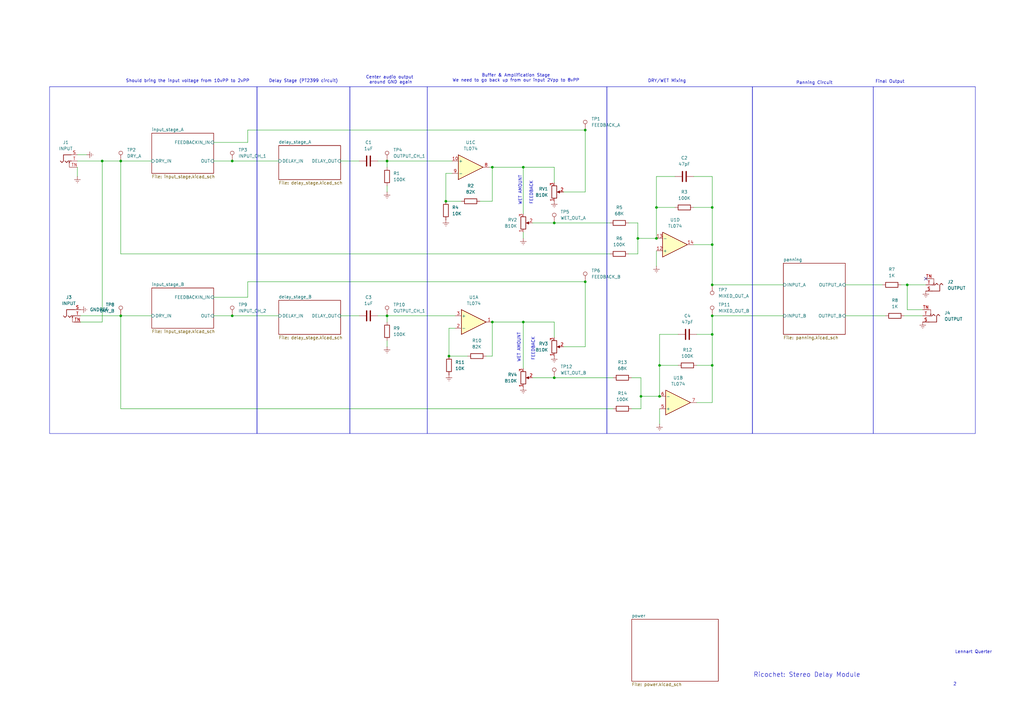
<source format=kicad_sch>
(kicad_sch (version 20231120) (generator "eeschema") (generator_version "8.0")
  (paper "A3")
  (lib_symbols
    (symbol "Amplifier_Operational:TL074" (pin_names (offset 0.127))
      (property "Reference" "U" (at 0 5.08 0))
      (property "Value" "TL074" (at 0 -5.08 0))
      (symbol "TL074_1_1"
        (polyline (pts (xy -5.08 5.08) (xy 5.08 0) (xy -5.08 -5.08) (xy -5.08 5.08)) (stroke (width 0.254)) (fill (type background)))
        (pin output line (at 7.62 0 180) (length 2.54) (name "~") (number "1"))
        (pin input line (at -7.62 -2.54 0) (length 2.54) (name "-") (number "2"))
        (pin input line (at -7.62 2.54 0) (length 2.54) (name "+") (number "3"))
      )
      (symbol "TL074_2_1"
        (polyline (pts (xy -5.08 5.08) (xy 5.08 0) (xy -5.08 -5.08) (xy -5.08 5.08)) (stroke (width 0.254)) (fill (type background)))
        (pin input line (at -7.62 2.54 0) (length 2.54) (name "+") (number "5"))
        (pin input line (at -7.62 -2.54 0) (length 2.54) (name "-") (number "6"))
        (pin output line (at 7.62 0 180) (length 2.54) (name "~") (number "7"))
      )
      (symbol "TL074_3_1"
        (polyline (pts (xy -5.08 5.08) (xy 5.08 0) (xy -5.08 -5.08) (xy -5.08 5.08)) (stroke (width 0.254)) (fill (type background)))
        (pin input line (at -7.62 2.54 0) (length 2.54) (name "+") (number "10"))
        (pin output line (at 7.62 0 180) (length 2.54) (name "~") (number "8"))
        (pin input line (at -7.62 -2.54 0) (length 2.54) (name "-") (number "9"))
      )
      (symbol "TL074_4_1"
        (polyline (pts (xy -5.08 5.08) (xy 5.08 0) (xy -5.08 -5.08) (xy -5.08 5.08)) (stroke (width 0.254)) (fill (type background)))
        (pin input line (at -7.62 2.54 0) (length 2.54) (name "+") (number "12"))
        (pin input line (at -7.62 -2.54 0) (length 2.54) (name "-") (number "13"))
        (pin output line (at 7.62 0 180) (length 2.54) (name "~") (number "14"))
      )
      (symbol "TL074_5_1"
        (pin power_in line (at -2.54 -7.62 90) (length 3.81) (name "V-") (number "11"))
        (pin power_in line (at -2.54 7.62 270) (length 3.81) (name "V+") (number "4"))
      )
    )
    (symbol "Connector:TestPoint" (pin_numbers hide) (pin_names (offset 0.762) hide)
      (property "Reference" "TP" (at 0 6.858 0))
      (property "Value" "TestPoint" (at 0 5.08 0))
      (symbol "TestPoint_0_1"
        (circle (center 0 3.302) (radius 0.762))
      )
      (symbol "TestPoint_1_1"
        (pin passive line (at 0 0 90) (length 2.54) (name "1") (number "1"))
      )
    )
    (symbol "Device:C" (pin_numbers hide) (pin_names (offset 0.254))
      (property "Reference" "C" (at 0.635 2.54 0))
      (property "Value" "C" (at 0.635 -2.54 0))
      (symbol "C_0_1"
        (polyline (pts (xy -2.032 -0.762) (xy 2.032 -0.762)) (stroke (width 0.508)))
        (polyline (pts (xy -2.032 0.762) (xy 2.032 0.762)) (stroke (width 0.508)))
      )
      (symbol "C_1_1"
        (pin passive line (at 0 3.81 270) (length 2.794) (name "~") (number "1"))
        (pin passive line (at 0 -3.81 90) (length 2.794) (name "~") (number "2"))
      )
    )
    (symbol "Device:R" (pin_numbers hide) (pin_names (offset 0))
      (property "Reference" "R" (at 2.032 0 90))
      (property "Value" "R" (at 0 0 90))
      (symbol "R_0_1"
        (rectangle (start -1.016 -2.54) (end 1.016 2.54) (stroke (width 0.254)))
      )
      (symbol "R_1_1"
        (pin passive line (at 0 3.81 270) (length 1.27) (name "~") (number "1"))
        (pin passive line (at 0 -3.81 90) (length 1.27) (name "~") (number "2"))
      )
    )
    (symbol "power:GNDREF" (power) (pin_numbers hide) (pin_names (offset 0) hide)
      (property "Value" "GNDREF" (at 0 -3.81 0))
      (symbol "GNDREF_0_1"
        (polyline (pts (xy -0.635 -1.905) (xy 0.635 -1.905)))
        (polyline (pts (xy -0.127 -2.54) (xy 0.127 -2.54)))
        (polyline (pts (xy 0 -1.27) (xy 0 0)))
        (polyline (pts (xy 1.27 -1.27) (xy -1.27 -1.27)))
      )
      (symbol "GNDREF_1_1"
        (pin power_in line (at 0 0 270) (length 0) (name "~") (number "1"))
      )
    )
    (symbol "synth:AudioJack_Mono_3.5mm"
      (property "Reference" "J" (at 0 8.89 0))
      (property "Value" "AudioJack_Mono_3.5mm" (at 0 6.35 0))
      (symbol "AudioJack_Mono_3.5mm_0_1"
        (polyline (pts (xy 1.778 -0.254) (xy 2.032 -0.762)))
        (polyline (pts (xy 0 0) (xy 0.635 -0.635) (xy 1.27 0) (xy 2.54 0)) (stroke (width 0.254)))
        (polyline (pts (xy 2.54 -2.54) (xy 1.778 -2.54) (xy 1.778 -0.254) (xy 1.524 -0.762)))
        (polyline (pts (xy 2.54 2.54) (xy -0.635 2.54) (xy -0.635 0) (xy -1.27 -0.635) (xy -1.905 0)) (stroke (width 0.254)))
      )
      (symbol "AudioJack_Mono_3.5mm_1_1"
        (pin passive line (at 5.08 2.54 180) (length 2.54) (name "~") (number "S"))
        (pin passive line (at 5.08 0 180) (length 2.54) (name "~") (number "T"))
        (pin passive line (at 5.08 -2.54 180) (length 2.54) (name "~") (number "TN"))
      )
    )
    (symbol "synth:R_Potentiometer (P0915N)" (pin_names (offset 1.016) hide)
      (property "Reference" "RV" (at -4.445 0 90))
      (property "Value" "R_Potentiometer" (at -2.54 0 90))
      (symbol "R_Potentiometer (P0915N)_0_1"
        (rectangle (start -1.016 2.54) (end 1.016 -2.54) (stroke (width 0.254)))
        (polyline (pts (xy 2.54 0) (xy 1.524 0)))
        (polyline (pts (xy 1.143 0) (xy 2.286 0.508) (xy 2.286 -0.508) (xy 1.143 0)) (fill (type outline)))
      )
      (symbol "R_Potentiometer (P0915N)_1_1"
        (pin passive line (at 0 3.81 270) (length 1.27) (name "1") (number "1"))
        (pin passive line (at 3.81 0 180) (length 1.27) (name "2") (number "2"))
        (pin passive line (at 0 -3.81 90) (length 1.27) (name "3") (number "3"))
      )
    )
  )
  (junction (at 227.33 91.44))
  (junction (at 270.51 162.56))
  (junction (at 269.24 97.79))
  (junction (at 292.1 137.16))
  (junction (at 214.63 132.08))
  (junction (at 292.1 100.33))
  (junction (at 269.24 85.09))
  (junction (at 262.89 162.56))
  (junction (at 240.03 53.34))
  (junction (at 41.91 66.04))
  (junction (at 240.03 115.57))
  (junction (at 227.33 154.94))
  (junction (at 292.1 129.54))
  (junction (at 292.1 149.86))
  (junction (at 292.1 116.84))
  (junction (at 49.53 66.04))
  (junction (at 158.75 66.04))
  (junction (at 158.75 129.54))
  (junction (at 372.11 116.84))
  (junction (at 95.25 66.04))
  (junction (at 184.15 146.05))
  (junction (at 261.62 97.79))
  (junction (at 270.51 149.86))
  (junction (at 49.53 129.54))
  (junction (at 201.93 68.58))
  (junction (at 95.25 129.54))
  (junction (at 182.88 82.55))
  (junction (at 214.63 68.58))
  (junction (at 292.1 85.09))
  (junction (at 201.93 132.08))
  (no_connect (at 379.73 114.3))
  (wire (pts (xy 139.7 66.04) (xy 147.32 66.04)))
  (wire (pts (xy 227.33 138.43) (xy 227.33 132.08)))
  (wire (pts (xy 262.89 162.56) (xy 270.51 162.56)))
  (wire (pts (xy 87.63 129.54) (xy 95.25 129.54)))
  (wire (pts (xy 33.02 129.54) (xy 49.53 129.54)))
  (wire (pts (xy 158.75 78.74) (xy 158.75 76.2)))
  (wire (pts (xy 227.33 91.44) (xy 250.19 91.44)))
  (wire (pts (xy 269.24 72.39) (xy 269.24 85.09)))
  (wire (pts (xy 284.48 85.09) (xy 292.1 85.09)))
  (wire (pts (xy 261.62 104.14) (xy 257.81 104.14)))
  (wire (pts (xy 292.1 72.39) (xy 292.1 85.09)))
  (wire (pts (xy 261.62 91.44) (xy 261.62 97.79)))
  (wire (pts (xy 185.42 71.12) (xy 182.88 71.12)))
  (wire (pts (xy 200.66 68.58) (xy 201.93 68.58)))
  (wire (pts (xy 218.44 154.94) (xy 227.33 154.94)))
  (wire (pts (xy 292.1 72.39) (xy 284.48 72.39)))
  (wire (pts (xy 261.62 91.44) (xy 257.81 91.44)))
  (wire (pts (xy 214.63 68.58) (xy 227.33 68.58)))
  (wire (pts (xy 41.91 132.08) (xy 33.02 132.08)))
  (wire (pts (xy 186.69 134.62) (xy 184.15 134.62)))
  (wire (pts (xy 346.71 129.54) (xy 363.22 129.54)))
  (wire (pts (xy 372.11 116.84) (xy 379.73 116.84)))
  (wire (pts (xy 284.48 100.33) (xy 292.1 100.33)))
  (wire (pts (xy 240.03 115.57) (xy 240.03 142.24)))
  (wire (pts (xy 158.75 129.54) (xy 158.75 132.08)))
  (wire (pts (xy 292.1 137.16) (xy 292.1 149.86)))
  (wire (pts (xy 158.75 129.54) (xy 186.69 129.54)))
  (wire (pts (xy 95.25 66.04) (xy 114.3 66.04)))
  (wire (pts (xy 227.33 74.93) (xy 227.33 68.58)))
  (wire (pts (xy 31.75 72.39) (xy 31.75 68.58)))
  (wire (pts (xy 285.75 149.86) (xy 292.1 149.86)))
  (wire (pts (xy 201.93 68.58) (xy 214.63 68.58)))
  (wire (pts (xy 259.08 154.94) (xy 262.89 154.94)))
  (wire (pts (xy 101.6 115.57) (xy 240.03 115.57)))
  (wire (pts (xy 158.75 66.04) (xy 158.75 68.58)))
  (wire (pts (xy 292.1 165.1) (xy 285.75 165.1)))
  (wire (pts (xy 372.11 127) (xy 372.11 116.84)))
  (wire (pts (xy 49.53 66.04) (xy 49.53 104.14)))
  (wire (pts (xy 158.75 66.04) (xy 185.42 66.04)))
  (wire (pts (xy 321.31 116.84) (xy 292.1 116.84)))
  (wire (pts (xy 378.46 127) (xy 372.11 127)))
  (wire (pts (xy 41.91 66.04) (xy 49.53 66.04)))
  (wire (pts (xy 240.03 53.34) (xy 101.6 53.34)))
  (wire (pts (xy 231.14 78.74) (xy 240.03 78.74)))
  (wire (pts (xy 214.63 132.08) (xy 227.33 132.08)))
  (wire (pts (xy 199.39 146.05) (xy 201.93 146.05)))
  (wire (pts (xy 35.56 63.5) (xy 31.75 63.5)))
  (wire (pts (xy 262.89 154.94) (xy 262.89 162.56)))
  (wire (pts (xy 182.88 82.55) (xy 189.23 82.55)))
  (wire (pts (xy 214.63 151.13) (xy 214.63 132.08)))
  (wire (pts (xy 270.51 137.16) (xy 270.51 149.86)))
  (wire (pts (xy 196.85 82.55) (xy 201.93 82.55)))
  (wire (pts (xy 261.62 97.79) (xy 269.24 97.79)))
  (wire (pts (xy 276.86 72.39) (xy 269.24 72.39)))
  (wire (pts (xy 270.51 149.86) (xy 270.51 162.56)))
  (wire (pts (xy 276.86 85.09) (xy 269.24 85.09)))
  (wire (pts (xy 139.7 129.54) (xy 147.32 129.54)))
  (wire (pts (xy 292.1 149.86) (xy 292.1 165.1)))
  (wire (pts (xy 251.46 167.64) (xy 49.53 167.64)))
  (wire (pts (xy 292.1 137.16) (xy 292.1 129.54)))
  (wire (pts (xy 218.44 91.44) (xy 227.33 91.44)))
  (wire (pts (xy 154.94 66.04) (xy 158.75 66.04)))
  (wire (pts (xy 101.6 121.92) (xy 87.63 121.92)))
  (wire (pts (xy 201.93 82.55) (xy 201.93 68.58)))
  (wire (pts (xy 278.13 137.16) (xy 270.51 137.16)))
  (wire (pts (xy 262.89 162.56) (xy 262.89 167.64)))
  (wire (pts (xy 87.63 66.04) (xy 95.25 66.04)))
  (wire (pts (xy 261.62 97.79) (xy 261.62 104.14)))
  (wire (pts (xy 31.75 66.04) (xy 41.91 66.04)))
  (wire (pts (xy 184.15 134.62) (xy 184.15 146.05)))
  (wire (pts (xy 292.1 116.84) (xy 292.1 100.33)))
  (wire (pts (xy 214.63 68.58) (xy 214.63 87.63)))
  (wire (pts (xy 214.63 97.79) (xy 214.63 95.25)))
  (wire (pts (xy 154.94 129.54) (xy 158.75 129.54)))
  (wire (pts (xy 285.75 137.16) (xy 292.1 137.16)))
  (wire (pts (xy 158.75 142.24) (xy 158.75 139.7)))
  (wire (pts (xy 101.6 53.34) (xy 101.6 58.42)))
  (wire (pts (xy 182.88 71.12) (xy 182.88 82.55)))
  (wire (pts (xy 49.53 129.54) (xy 62.23 129.54)))
  (wire (pts (xy 269.24 85.09) (xy 269.24 97.79)))
  (wire (pts (xy 41.91 66.04) (xy 41.91 132.08)))
  (wire (pts (xy 262.89 167.64) (xy 259.08 167.64)))
  (wire (pts (xy 369.57 116.84) (xy 372.11 116.84)))
  (wire (pts (xy 49.53 129.54) (xy 49.53 167.64)))
  (wire (pts (xy 101.6 115.57) (xy 101.6 121.92)))
  (wire (pts (xy 201.93 132.08) (xy 214.63 132.08)))
  (wire (pts (xy 278.13 149.86) (xy 270.51 149.86)))
  (wire (pts (xy 346.71 116.84) (xy 361.95 116.84)))
  (wire (pts (xy 292.1 129.54) (xy 321.31 129.54)))
  (wire (pts (xy 201.93 146.05) (xy 201.93 132.08)))
  (wire (pts (xy 292.1 85.09) (xy 292.1 100.33)))
  (wire (pts (xy 370.84 129.54) (xy 378.46 129.54)))
  (wire (pts (xy 250.19 104.14) (xy 49.53 104.14)))
  (wire (pts (xy 227.33 154.94) (xy 251.46 154.94)))
  (wire (pts (xy 269.24 109.22) (xy 269.24 102.87)))
  (wire (pts (xy 240.03 142.24) (xy 231.14 142.24)))
  (wire (pts (xy 270.51 173.99) (xy 270.51 167.64)))
  (wire (pts (xy 184.15 146.05) (xy 191.77 146.05)))
  (wire (pts (xy 49.53 66.04) (xy 62.23 66.04)))
  (wire (pts (xy 87.63 58.42) (xy 101.6 58.42)))
  (wire (pts (xy 95.25 129.54) (xy 114.3 129.54)))
  (wire (pts (xy 240.03 78.74) (xy 240.03 53.34)))
  (rectangle (start 248.92 35.56) (end 308.61 177.8))
  (rectangle (start 308.61 35.56) (end 358.14 177.8))
  (rectangle (start 143.51 35.56) (end 175.26 177.8))
  (rectangle (start 105.41 35.56) (end 143.51 177.8))
  (rectangle (start 358.14 35.56) (end 400.05 177.8))
  (rectangle (start 175.26 35.56) (end 248.92 177.8))
  (rectangle (start 20.32 35.56) (end 105.41 177.8))
  (text "Should bring the input voltage from 10vPP to 2vPP" (at 76.962 33.274 0) (effects (font (size 1.27 1.27))))
  (text "FEEDBACK" (at 217.932 78.994 90) (effects (font (size 1.27 1.27))))
  (text "DRY/WET Mixing" (at 273.558 33.274 0) (effects (font (size 1.27 1.27))))
  (text "Panning Circuit" (at 334.01 34.036 0) (effects (font (size 1.27 1.27))))
  (text "FEEDBACK" (at 218.694 143.002 90) (effects (font (size 1.27 1.27))))
  (text "WET AMOUNT" (at 212.852 142.494 90) (effects (font (size 1.27 1.27))))
  (text "Delay Stage (PT2399 circuit)" (at 124.46 33.274 0) (effects (font (size 1.27 1.27))))
  (text "WET AMOUNT" (at 213.36 77.978 90) (effects (font (size 1.27 1.27))))
  (text "Center audio output \naround GND again" (at 160.274 32.766 0) (effects (font (size 1.27 1.27))))
  (text "Lennart Querter" (at 399.288 267.462 0) (effects (font (size 1.27 1.27))))
  (text "Final Output" (at 364.998 33.528 0) (effects (font (size 1.27 1.27))))
  (text "Ricochet: Stereo Delay Module" (at 330.962 276.86 0) (effects (font (size 1.8796 1.8796))))
  (text "Buffer & Amplification Stage\nWe need to go back up from our input 2Vpp to 8vPP" (at 211.582 32.004 0) (effects (font (size 1.27 1.27))))
  (text "2\n" (at 391.668 280.67 0) (effects (font (size 1.27 1.27))))
  (symbol (lib_id "Connector:TestPoint") (at 227.33 91.44 0) (unit 1) (in_bom no)
    (property "Reference" "TP5" (at 229.87 86.8679 0) (effects (justify left)))
    (property "Value" "WET_OUT_A" (at 229.87 89.4079 0) (effects (justify left)))
    (property "Footprint" "Connector_Pin:Pin_D1.0mm_L10.0mm" (effects (hide yes)))
    (property "Description" "test point" (effects (hide yes)))
  )
  (symbol (lib_id "synth:AudioJack_Mono_3.5mm") (at 26.67 66.04 0) (unit 1)
    (property "Reference" "J1" (at 26.9875 58.42 0))
    (property "Value" "INPUT" (at 26.9875 60.96 0))
    (property "Footprint" "Synth:Jack_3.5mm_QingPu_WQP-PJ398SM_Vertical_CircularHoles" (effects (hide yes)))
    (property "Description" "Audio Jack, 2 Poles (Mono / TS), Switched T Pole (Normalling)" (effects (hide yes)))
  )
  (symbol (lib_id "Device:R") (at 158.75 72.39 180) (unit 1)
    (property "Reference" "R1" (at 161.29 71.1199 0) (effects (justify right)))
    (property "Value" "100K" (at 161.29 73.6599 0) (effects (justify right)))
    (property "Footprint" "Resistor_SMD:R_0805_2012Metric_Pad1.20x1.40mm_HandSolder" (effects (hide yes)))
    (property "Description" "Resistor" (effects (hide yes)))
  )
  (symbol (lib_id "Device:R") (at 182.88 86.36 180) (unit 1)
    (property "Reference" "R4" (at 185.42 85.0899 0) (effects (justify right)))
    (property "Value" "10K" (at 185.42 87.6299 0) (effects (justify right)))
    (property "Footprint" "Resistor_SMD:R_0805_2012Metric_Pad1.20x1.40mm_HandSolder" (effects (hide yes)))
    (property "Description" "Resistor" (effects (hide yes)))
  )
  (symbol (lib_id "power:GNDREF") (at 379.73 119.38 0) (unit 1)
    (property "Reference" "#PWR08" (effects (hide yes)))
    (property "Value" "GNDREF" (effects (hide yes)))
    (property "Description" "Power symbol creates a global label with name \"GNDREF\" , reference supply ground" (effects (hide yes)))
  )
  (symbol (lib_id "Device:C") (at 151.13 66.04 90) (unit 1)
    (property "Reference" "C1" (at 151.13 58.42 90))
    (property "Value" "1uF" (at 151.13 60.96 90))
    (property "Footprint" "Capacitor_SMD:C_0805_2012Metric_Pad1.18x1.45mm_HandSolder" (effects (hide yes)))
    (property "Description" "Unpolarized capacitor" (effects (hide yes)))
  )
  (symbol (lib_id "Amplifier_Operational:TL074") (at 193.04 68.58 0) (unit 3)
    (property "Reference" "U1" (at 193.04 58.42 0))
    (property "Value" "TL074" (at 193.04 60.96 0))
    (property "Footprint" "Synth:SOIC-14" (effects (hide yes)))
    (property "Datasheet" "http://www.ti.com/lit/ds/symlink/tl071.pdf" (effects (hide yes)))
    (property "Description" "Quad Low-Noise JFET-Input Operational Amplifiers, DIP-14/SOIC-14" (effects (hide yes)))
  )
  (symbol (lib_id "Connector:TestPoint") (at 49.53 66.04 0) (unit 1) (in_bom no)
    (property "Reference" "TP2" (at 52.07 61.4679 0) (effects (justify left)))
    (property "Value" "DRY_A" (at 52.07 64.0079 0) (effects (justify left)))
    (property "Footprint" "Connector_Pin:Pin_D1.0mm_L10.0mm" (effects (hide yes)))
    (property "Description" "test point" (effects (hide yes)))
  )
  (symbol (lib_id "Connector:TestPoint") (at 158.75 129.54 0) (unit 1) (in_bom no)
    (property "Reference" "TP10" (at 161.29 124.9679 0) (effects (justify left)))
    (property "Value" "OUTPUT_CH_1" (at 161.29 127.5079 0) (effects (justify left)))
    (property "Footprint" "Connector_Pin:Pin_D1.0mm_L10.0mm" (effects (hide yes)))
    (property "Description" "test point" (effects (hide yes)))
  )
  (symbol (lib_id "power:GNDREF") (at 35.56 63.5 90) (unit 1)
    (property "Reference" "#PWR01" (effects (hide yes)))
    (property "Value" "GNDREF" (effects (hide yes)))
    (property "Description" "Power symbol creates a global label with name \"GNDREF\" , reference supply ground" (effects (hide yes)))
  )
  (symbol (lib_id "Device:R") (at 184.15 149.86 180) (unit 1)
    (property "Reference" "R11" (at 186.69 148.5899 0) (effects (justify right)))
    (property "Value" "10K" (at 186.69 151.1299 0) (effects (justify right)))
    (property "Footprint" "Resistor_SMD:R_0805_2012Metric_Pad1.20x1.40mm_HandSolder" (effects (hide yes)))
    (property "Description" "Resistor" (effects (hide yes)))
  )
  (symbol (lib_id "Amplifier_Operational:TL074") (at 276.86 100.33 0) (mirror x) (unit 4)
    (property "Reference" "U1" (at 276.86 90.17 0))
    (property "Value" "TL074" (at 276.86 92.71 0))
    (property "Footprint" "Synth:SOIC-14" (effects (hide yes)))
    (property "Datasheet" "http://www.ti.com/lit/ds/symlink/tl071.pdf" (effects (hide yes)))
    (property "Description" "Quad Low-Noise JFET-Input Operational Amplifiers, DIP-14/SOIC-14" (effects (hide yes)))
  )
  (symbol (lib_id "Connector:TestPoint") (at 240.03 53.34 0) (unit 1) (in_bom no)
    (property "Reference" "TP1" (at 242.57 48.7679 0) (effects (justify left)))
    (property "Value" "FEEDBACK_A" (at 242.57 51.3079 0) (effects (justify left)))
    (property "Footprint" "Connector_Pin:Pin_D1.0mm_L10.0mm" (effects (hide yes)))
    (property "Description" "test point" (effects (hide yes)))
  )
  (symbol (lib_id "Device:R") (at 255.27 154.94 90) (unit 1)
    (property "Reference" "R13" (at 255.27 148.59 90))
    (property "Value" "68K" (at 255.27 151.13 90))
    (property "Footprint" "Resistor_SMD:R_0805_2012Metric_Pad1.20x1.40mm_HandSolder" (effects (hide yes)))
    (property "Description" "Resistor" (effects (hide yes)))
  )
  (symbol (lib_id "Device:C") (at 151.13 129.54 90) (unit 1)
    (property "Reference" "C3" (at 151.13 121.92 90))
    (property "Value" "1uF" (at 151.13 124.46 90))
    (property "Footprint" "Capacitor_SMD:C_0805_2012Metric_Pad1.18x1.45mm_HandSolder" (effects (hide yes)))
    (property "Description" "Unpolarized capacitor" (effects (hide yes)))
  )
  (symbol (lib_id "Connector:TestPoint") (at 95.25 129.54 0) (unit 1) (in_bom no)
    (property "Reference" "TP9" (at 97.79 124.9679 0) (effects (justify left)))
    (property "Value" "INPUT_CH_2" (at 97.79 127.5079 0) (effects (justify left)))
    (property "Footprint" "Connector_Pin:Pin_D1.0mm_L10.0mm" (effects (hide yes)))
    (property "Description" "test point" (effects (hide yes)))
  )
  (symbol (lib_id "Device:R") (at 365.76 116.84 270) (unit 1)
    (property "Reference" "R7" (at 365.76 110.49 90))
    (property "Value" "1K" (at 365.76 113.03 90))
    (property "Footprint" "Resistor_SMD:R_0805_2012Metric_Pad1.20x1.40mm_HandSolder" (effects (hide yes)))
    (property "Description" "Resistor" (effects (hide yes)))
  )
  (symbol (lib_id "synth:R_Potentiometer (P0915N)") (at 214.63 91.44 0) (mirror x) (unit 1)
    (property "Reference" "RV2" (at 212.09 90.1699 0) (effects (justify right)))
    (property "Value" "B10K" (at 212.09 92.7099 0) (effects (justify right)))
    (property "Footprint" "Synth:Potentiometer_TT_P0915N" (effects (hide yes)))
    (property "Description" "Potentiometer" (effects (hide yes)))
  )
  (symbol (lib_id "power:GNDREF") (at 227.33 146.05 0) (unit 1)
    (property "Reference" "#PWR012" (effects (hide yes)))
    (property "Value" "GNDREF" (effects (hide yes)))
    (property "Description" "Power symbol creates a global label with name \"GNDREF\" , reference supply ground" (effects (hide yes)))
  )
  (symbol (lib_id "Device:R") (at 158.75 135.89 180) (unit 1)
    (property "Reference" "R9" (at 161.29 134.6199 0) (effects (justify right)))
    (property "Value" "100K" (at 161.29 137.1599 0) (effects (justify right)))
    (property "Footprint" "Resistor_SMD:R_0805_2012Metric_Pad1.20x1.40mm_HandSolder" (effects (hide yes)))
    (property "Description" "Resistor" (effects (hide yes)))
  )
  (symbol (lib_id "Device:C") (at 280.67 72.39 90) (unit 1)
    (property "Reference" "C2" (at 280.67 64.77 90))
    (property "Value" "47pF" (at 280.67 67.31 90))
    (property "Footprint" "Capacitor_SMD:C_0805_2012Metric_Pad1.18x1.45mm_HandSolder" (effects (hide yes)))
    (property "Description" "Unpolarized capacitor" (effects (hide yes)))
  )
  (symbol (lib_id "power:GNDREF") (at 214.63 97.79 0) (unit 1)
    (property "Reference" "#PWR06" (effects (hide yes)))
    (property "Value" "GNDREF" (effects (hide yes)))
    (property "Description" "Power symbol creates a global label with name \"GNDREF\" , reference supply ground" (effects (hide yes)))
  )
  (symbol (lib_id "Device:R") (at 254 91.44 90) (unit 1)
    (property "Reference" "R5" (at 254 85.09 90))
    (property "Value" "68K" (at 254 87.63 90))
    (property "Footprint" "Resistor_SMD:R_0805_2012Metric_Pad1.20x1.40mm_HandSolder" (effects (hide yes)))
    (property "Description" "Resistor" (effects (hide yes)))
  )
  (symbol (lib_id "synth:AudioJack_Mono_3.5mm") (at 383.54 129.54 180) (unit 1)
    (property "Reference" "J4" (at 387.35 128.3334 0) (effects (justify right)))
    (property "Value" "OUTPUT" (at 387.35 130.8734 0) (effects (justify right)))
    (property "Footprint" "Synth:Jack_3.5mm_QingPu_WQP-PJ398SM_Vertical_CircularHoles" (effects (hide yes)))
    (property "Description" "Audio Jack, 2 Poles (Mono / TS), Switched T Pole (Normalling)" (effects (hide yes)))
  )
  (symbol (lib_id "power:GNDREF") (at 214.63 158.75 0) (unit 1)
    (property "Reference" "#PWR014" (effects (hide yes)))
    (property "Value" "GNDREF" (effects (hide yes)))
    (property "Description" "Power symbol creates a global label with name \"GNDREF\" , reference supply ground" (effects (hide yes)))
  )
  (symbol (lib_id "power:GNDREF") (at 270.51 173.99 0) (unit 1)
    (property "Reference" "#PWR015" (effects (hide yes)))
    (property "Value" "GNDREF" (effects (hide yes)))
    (property "Description" "Power symbol creates a global label with name \"GNDREF\" , reference supply ground" (effects (hide yes)))
  )
  (symbol (lib_id "Device:R") (at 254 104.14 90) (unit 1)
    (property "Reference" "R6" (at 254 97.79 90))
    (property "Value" "100K" (at 254 100.33 90))
    (property "Footprint" "Resistor_SMD:R_0805_2012Metric_Pad1.20x1.40mm_HandSolder" (effects (hide yes)))
    (property "Description" "Resistor" (effects (hide yes)))
  )
  (symbol (lib_id "power:GNDREF") (at 182.88 90.17 0) (unit 1)
    (property "Reference" "#PWR05" (effects (hide yes)))
    (property "Value" "GNDREF" (effects (hide yes)))
    (property "Description" "Power symbol creates a global label with name \"GNDREF\" , reference supply ground" (effects (hide yes)))
  )
  (symbol (lib_id "synth:R_Potentiometer (P0915N)") (at 227.33 142.24 0) (mirror x) (unit 1)
    (property "Reference" "RV3" (at 224.79 140.9699 0) (effects (justify right)))
    (property "Value" "B10K" (at 224.79 143.5099 0) (effects (justify right)))
    (property "Footprint" "Synth:Potentiometer_TT_P0915N" (effects (hide yes)))
    (property "Description" "Potentiometer" (effects (hide yes)))
  )
  (symbol (lib_id "power:GNDREF") (at 378.46 132.08 0) (unit 1)
    (property "Reference" "#PWR010" (effects (hide yes)))
    (property "Value" "GNDREF" (effects (hide yes)))
    (property "Description" "Power symbol creates a global label with name \"GNDREF\" , reference supply ground" (effects (hide yes)))
  )
  (symbol (lib_id "power:GNDREF") (at 158.75 78.74 0) (unit 1)
    (property "Reference" "#PWR03" (effects (hide yes)))
    (property "Value" "GNDREF" (effects (hide yes)))
    (property "Description" "Power symbol creates a global label with name \"GNDREF\" , reference supply ground" (effects (hide yes)))
  )
  (symbol (lib_id "Connector:TestPoint") (at 227.33 154.94 0) (unit 1) (in_bom no)
    (property "Reference" "TP12" (at 229.87 150.3679 0) (effects (justify left)))
    (property "Value" "WET_OUT_B" (at 229.87 152.9079 0) (effects (justify left)))
    (property "Footprint" "Connector_Pin:Pin_D1.0mm_L10.0mm" (effects (hide yes)))
    (property "Description" "test point" (effects (hide yes)))
  )
  (symbol (lib_id "synth:R_Potentiometer (P0915N)") (at 227.33 78.74 0) (mirror x) (unit 1)
    (property "Reference" "RV1" (at 224.79 77.4699 0) (effects (justify right)))
    (property "Value" "B10K" (at 224.79 80.0099 0) (effects (justify right)))
    (property "Footprint" "Synth:Potentiometer_TT_P0915N" (effects (hide yes)))
    (property "Description" "Potentiometer" (effects (hide yes)))
  )
  (symbol (lib_id "power:GNDREF") (at 269.24 109.22 0) (unit 1)
    (property "Reference" "#PWR07" (effects (hide yes)))
    (property "Value" "GNDREF" (effects (hide yes)))
    (property "Description" "Power symbol creates a global label with name \"GNDREF\" , reference supply ground" (effects (hide yes)))
  )
  (symbol (lib_id "power:GNDREF") (at 33.02 127 90) (unit 1)
    (property "Reference" "#PWR09" (effects (hide yes)))
    (property "Value" "GNDREF" (at 36.83 126.9999 90) (effects (justify right)))
    (property "Description" "Power symbol creates a global label with name \"GNDREF\" , reference supply ground" (effects (hide yes)))
  )
  (symbol (lib_id "Connector:TestPoint") (at 95.25 66.04 0) (unit 1) (in_bom no)
    (property "Reference" "TP3" (at 97.79 61.4679 0) (effects (justify left)))
    (property "Value" "INPUT_CH_1" (at 97.79 64.0079 0) (effects (justify left)))
    (property "Footprint" "Connector_Pin:Pin_D1.0mm_L10.0mm" (effects (hide yes)))
    (property "Description" "test point" (effects (hide yes)))
  )
  (symbol (lib_id "Device:R") (at 195.58 146.05 90) (unit 1)
    (property "Reference" "R10" (at 195.58 139.7 90))
    (property "Value" "82K" (at 195.58 142.24 90))
    (property "Footprint" "Resistor_SMD:R_0805_2012Metric_Pad1.20x1.40mm_HandSolder" (effects (hide yes)))
    (property "Description" "Resistor" (effects (hide yes)))
  )
  (symbol (lib_id "Device:R") (at 193.04 82.55 90) (unit 1)
    (property "Reference" "R2" (at 193.04 76.2 90))
    (property "Value" "82K" (at 193.04 78.74 90))
    (property "Footprint" "Resistor_SMD:R_0805_2012Metric_Pad1.20x1.40mm_HandSolder" (effects (hide yes)))
    (property "Description" "Resistor" (effects (hide yes)))
  )
  (symbol (lib_id "Connector:TestPoint") (at 292.1 129.54 0) (unit 1) (in_bom no)
    (property "Reference" "TP11" (at 294.64 124.9679 0) (effects (justify left)))
    (property "Value" "MIXED_OUT_B" (at 294.64 127.5079 0) (effects (justify left)))
    (property "Footprint" "Connector_Pin:Pin_D1.0mm_L10.0mm" (effects (hide yes)))
    (property "Description" "test point" (effects (hide yes)))
  )
  (symbol (lib_id "Device:C") (at 281.94 137.16 90) (unit 1)
    (property "Reference" "C4" (at 281.94 129.54 90))
    (property "Value" "47pF" (at 281.94 132.08 90))
    (property "Footprint" "Capacitor_SMD:C_0805_2012Metric_Pad1.18x1.45mm_HandSolder" (effects (hide yes)))
    (property "Description" "Unpolarized capacitor" (effects (hide yes)))
  )
  (symbol (lib_id "power:GNDREF") (at 31.75 72.39 0) (unit 1)
    (property "Reference" "#PWR02" (effects (hide yes)))
    (property "Value" "GNDREF" (effects (hide yes)))
    (property "Description" "Power symbol creates a global label with name \"GNDREF\" , reference supply ground" (effects (hide yes)))
  )
  (symbol (lib_id "Connector:TestPoint") (at 240.03 115.57 0) (unit 1) (in_bom no)
    (property "Reference" "TP6" (at 242.57 110.9979 0) (effects (justify left)))
    (property "Value" "FEEDBACK_B" (at 242.57 113.5379 0) (effects (justify left)))
    (property "Footprint" "Connector_Pin:Pin_D1.0mm_L10.0mm" (effects (hide yes)))
    (property "Description" "test point" (effects (hide yes)))
  )
  (symbol (lib_id "Device:R") (at 255.27 167.64 90) (unit 1)
    (property "Reference" "R14" (at 255.27 161.29 90))
    (property "Value" "100K" (at 255.27 163.83 90))
    (property "Footprint" "Resistor_SMD:R_0805_2012Metric_Pad1.20x1.40mm_HandSolder" (effects (hide yes)))
    (property "Description" "Resistor" (effects (hide yes)))
  )
  (symbol (lib_id "Device:R") (at 280.67 85.09 90) (unit 1)
    (property "Reference" "R3" (at 280.67 78.74 90))
    (property "Value" "100K" (at 280.67 81.28 90))
    (property "Footprint" "Resistor_SMD:R_0805_2012Metric_Pad1.20x1.40mm_HandSolder" (effects (hide yes)))
    (property "Description" "Resistor" (effects (hide yes)))
  )
  (symbol (lib_id "Amplifier_Operational:TL074") (at 278.13 165.1 0) (mirror x) (unit 2)
    (property "Reference" "U1" (at 278.13 154.94 0))
    (property "Value" "TL074" (at 278.13 157.48 0))
    (property "Footprint" "Synth:SOIC-14" (effects (hide yes)))
    (property "Datasheet" "http://www.ti.com/lit/ds/symlink/tl071.pdf" (effects (hide yes)))
    (property "Description" "Quad Low-Noise JFET-Input Operational Amplifiers, DIP-14/SOIC-14" (effects (hide yes)))
  )
  (symbol (lib_id "synth:AudioJack_Mono_3.5mm") (at 384.81 116.84 180) (unit 1)
    (property "Reference" "J2" (at 388.62 115.6334 0) (effects (justify right)))
    (property "Value" "OUTPUT" (at 388.62 118.1734 0) (effects (justify right)))
    (property "Footprint" "Synth:Jack_3.5mm_QingPu_WQP-PJ398SM_Vertical_CircularHoles" (effects (hide yes)))
    (property "Description" "Audio Jack, 2 Poles (Mono / TS), Switched T Pole (Normalling)" (effects (hide yes)))
  )
  (symbol (lib_id "power:GNDREF") (at 184.15 153.67 0) (unit 1)
    (property "Reference" "#PWR013" (effects (hide yes)))
    (property "Value" "GNDREF" (effects (hide yes)))
    (property "Description" "Power symbol creates a global label with name \"GNDREF\" , reference supply ground" (effects (hide yes)))
  )
  (symbol (lib_id "Device:R") (at 281.94 149.86 90) (unit 1)
    (property "Reference" "R12" (at 281.94 143.51 90))
    (property "Value" "100K" (at 281.94 146.05 90))
    (property "Footprint" "Resistor_SMD:R_0805_2012Metric_Pad1.20x1.40mm_HandSolder" (effects (hide yes)))
    (property "Description" "Resistor" (effects (hide yes)))
  )
  (symbol (lib_id "Connector:TestPoint") (at 292.1 116.84 180) (unit 1) (in_bom no)
    (property "Reference" "TP7" (at 294.64 118.8719 0) (effects (justify right)))
    (property "Value" "MIXED_OUT_A" (at 294.64 121.4119 0) (effects (justify right)))
    (property "Footprint" "Connector_Pin:Pin_D1.0mm_L10.0mm" (effects (hide yes)))
    (property "Description" "test point" (effects (hide yes)))
  )
  (symbol (lib_id "synth:R_Potentiometer (P0915N)") (at 214.63 154.94 0) (mirror x) (unit 1)
    (property "Reference" "RV4" (at 212.09 153.6699 0) (effects (justify right)))
    (property "Value" "B10K" (at 212.09 156.2099 0) (effects (justify right)))
    (property "Footprint" "Synth:Potentiometer_TT_P0915N" (effects (hide yes)))
    (property "Description" "Potentiometer" (effects (hide yes)))
  )
  (symbol (lib_id "Connector:TestPoint") (at 49.53 129.54 0) (mirror y) (unit 1) (in_bom no)
    (property "Reference" "TP8" (at 46.99 124.9679 0) (effects (justify left)))
    (property "Value" "DRY_B" (at 46.99 127.5079 0) (effects (justify left)))
    (property "Footprint" "Connector_Pin:Pin_D1.0mm_L10.0mm" (effects (hide yes)))
    (property "Description" "test point" (effects (hide yes)))
  )
  (symbol (lib_id "Amplifier_Operational:TL074") (at 194.31 132.08 0) (unit 1)
    (property "Reference" "U1" (at 194.31 121.92 0))
    (property "Value" "TL074" (at 194.31 124.46 0))
    (property "Footprint" "Synth:SOIC-14" (effects (hide yes)))
    (property "Datasheet" "http://www.ti.com/lit/ds/symlink/tl071.pdf" (effects (hide yes)))
    (property "Description" "Quad Low-Noise JFET-Input Operational Amplifiers, DIP-14/SOIC-14" (effects (hide yes)))
  )
  (symbol (lib_id "power:GNDREF") (at 227.33 82.55 0) (unit 1)
    (property "Reference" "#PWR04" (effects (hide yes)))
    (property "Value" "GNDREF" (effects (hide yes)))
    (property "Description" "Power symbol creates a global label with name \"GNDREF\" , reference supply ground" (effects (hide yes)))
  )
  (symbol (lib_id "power:GNDREF") (at 158.75 142.24 0) (unit 1)
    (property "Reference" "#PWR011" (effects (hide yes)))
    (property "Value" "GNDREF" (effects (hide yes)))
    (property "Description" "Power symbol creates a global label with name \"GNDREF\" , reference supply ground" (effects (hide yes)))
  )
  (symbol (lib_id "Device:R") (at 367.03 129.54 270) (unit 1)
    (property "Reference" "R8" (at 367.03 123.19 90))
    (property "Value" "1K" (at 367.03 125.73 90))
    (property "Footprint" "Resistor_SMD:R_0805_2012Metric_Pad1.20x1.40mm_HandSolder" (effects (hide yes)))
    (property "Description" "Resistor" (effects (hide yes)))
  )
  (symbol (lib_id "Connector:TestPoint") (at 158.75 66.04 0) (unit 1) (in_bom no)
    (property "Reference" "TP4" (at 161.29 61.4679 0) (effects (justify left)))
    (property "Value" "OUTPUT_CH_1" (at 161.29 64.0079 0) (effects (justify left)))
    (property "Footprint" "Connector_Pin:Pin_D1.0mm_L10.0mm" (effects (hide yes)))
    (property "Description" "test point" (effects (hide yes)))
  )
  (symbol (lib_id "synth:AudioJack_Mono_3.5mm") (at 27.94 129.54 0) (unit 1)
    (property "Reference" "J3" (at 28.2575 121.92 0))
    (property "Value" "INPUT" (at 28.2575 124.46 0))
    (property "Footprint" "Synth:Jack_3.5mm_QingPu_WQP-PJ398SM_Vertical_CircularHoles" (effects (hide yes)))
    (property "Description" "Audio Jack, 2 Poles (Mono / TS), Switched T Pole (Normalling)" (effects (hide yes)))
  )
  (sheet (at 114.3 123.19) (size 25.4 13.97) (stroke (width 0.1524))
    (property "Sheetname" "delay_stage_B" (at 114.3 122.4784 0) (effects (justify left bottom)))
    (property "Sheetfile" "delay_stage.kicad_sch" (at 114.3 137.7446 0) (effects (justify left top)))
    (pin "DELAY_IN" input (at 114.3 129.54 180))
    (pin "DELAY_OUT" input (at 139.7 129.54 0))
  )
  (sheet (at 62.23 54.61) (size 25.4 16.51) (stroke (width 0.1524))
    (property "Sheetname" "input_stage_A" (at 62.23 53.8984 0) (effects (justify left bottom)))
    (property "Sheetfile" "input_stage.kicad_sch" (at 62.23 71.7046 0) (effects (justify left top)))
    (pin "OUT" input (at 87.63 66.04 0))
    (pin "FEEDBACKIN_IN" input (at 87.63 58.42 0))
    (pin "DRY_IN" input (at 62.23 66.04 180))
  )
  (sheet (at 321.31 107.95) (size 25.4 29.21) (stroke (width 0.1524))
    (property "Sheetname" "panning" (at 321.31 107.2384 0) (effects (justify left bottom)))
    (property "Sheetfile" "panning.kicad_sch" (at 321.31 137.7446 0) (effects (justify left top)))
    (pin "OUTPUT_A" input (at 346.71 116.84 0))
    (pin "OUTPUT_B" input (at 346.71 129.54 0))
    (pin "INPUT_B" input (at 321.31 129.54 180))
    (pin "INPUT_A" input (at 321.31 116.84 180))
  )
  (sheet (at 62.23 118.11) (size 25.4 16.51) (stroke (width 0.1524))
    (property "Sheetname" "input_stage_B" (at 62.23 117.3984 0) (effects (justify left bottom)))
    (property "Sheetfile" "input_stage.kicad_sch" (at 62.23 135.2046 0) (effects (justify left top)))
    (pin "OUT" input (at 87.63 129.54 0))
    (pin "FEEDBACKIN_IN" input (at 87.63 121.92 0))
    (pin "DRY_IN" input (at 62.23 129.54 180))
  )
  (sheet (at 259.08 254) (size 35.56 25.4) (stroke (width 0.1524))
    (property "Sheetname" "power" (at 259.08 253.2884 0) (effects (justify left bottom)))
    (property "Sheetfile" "power.kicad_sch" (at 259.08 279.9846 0) (effects (justify left top)))
  )
  (sheet (at 114.3 59.69) (size 25.4 13.97) (stroke (width 0.1524))
    (property "Sheetname" "delay_stage_A" (at 114.3 58.9784 0) (effects (justify left bottom)))
    (property "Sheetfile" "delay_stage.kicad_sch" (at 114.3 74.2446 0) (effects (justify left top)))
    (pin "DELAY_IN" input (at 114.3 66.04 180))
    (pin "DELAY_OUT" input (at 139.7 66.04 0))
  )
)
</source>
